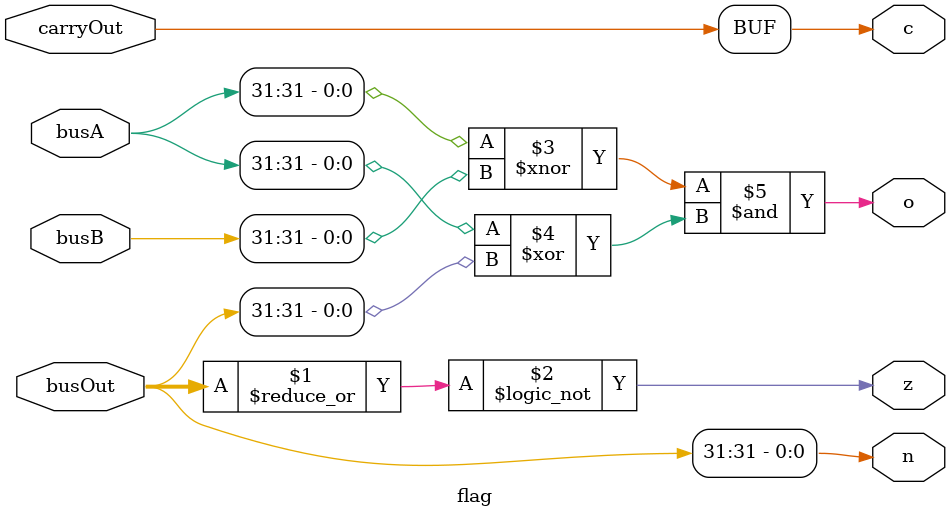
<source format=v>
module flag (
	input [31:0] busOut, busA, busB, 
	input carryOut, 
	output z, o, c, n
);
	wire tempZ[7:0];
	// NOR gate will act 1 when all inputs are 0
	assign z = ~|busOut[31:0];
	assign o = (busA[31] ^~ busB[31]) & (busA[31] ^ busOut[31]);
	assign c = carryOut;
	assign n = busOut[31];

	// Gate level code
	// genvar i;
	// generate
	// 	for (i = 0; i < 8; i = i+1) begin: zeroLoop
	// 		nor zero0(tempZ[i], busOut[0 + 4 * i], busOut[1 + 4 * i],busOut[2 + 4 * i],busOut[3 + 4 * i]);
	// 	end
	// endgenerate

	// and zero8(z, tempZ[0], tempZ[1], tempZ[2], tempZ[3], tempZ[4], tempZ[5], tempZ[6], tempZ[7]);

	// wire s1, s2;
	// xnor part1(s1, busA[31], busB[31]);
	// xor  part2(s2, busA[31], busOut[31]);
	// and overflow(o, s1, s2);
	// buf e1(c, carryOut);
	// buf e2(n, busOut[31]);

endmodule
</source>
